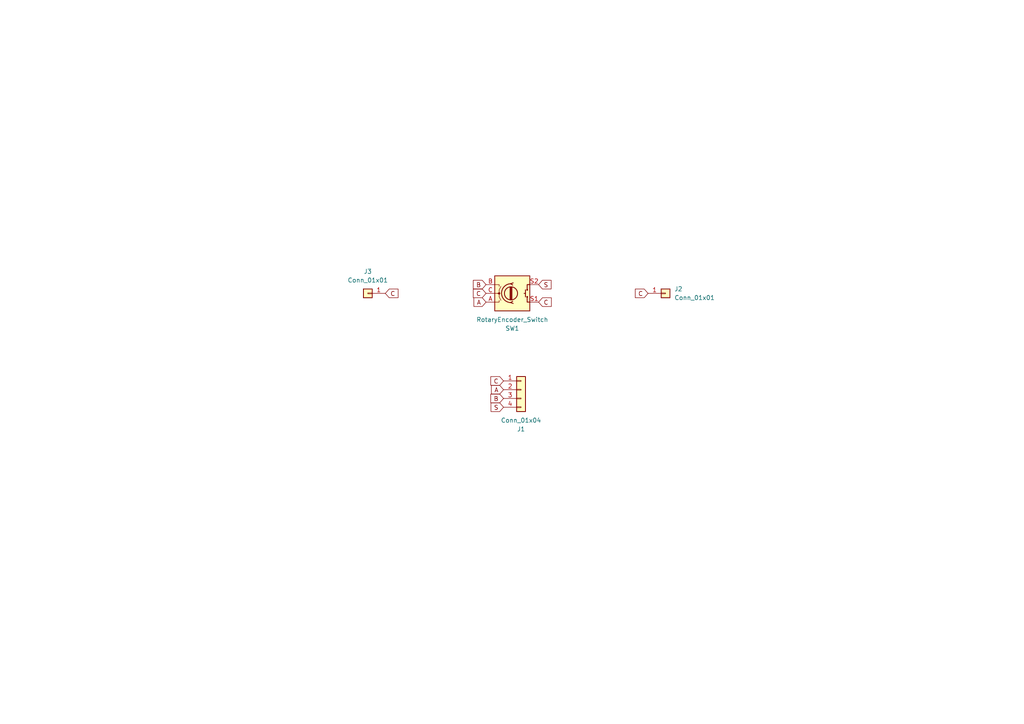
<source format=kicad_sch>
(kicad_sch (version 20230121) (generator eeschema)
  (paper "A4")
  (lib_symbols
    (symbol "Connector_Generic:Conn_01x01" (pin_names (offset 1.016) hide)
      (property "Reference" "J" (at 0 2.54 0))
      (property "Value" "Conn_01x01" (at 0 -2.54 0))
      (symbol "Conn_01x01_1_1"
        (rectangle (start -1.27 0.127) (end 0 -0.127) (stroke (width 0.1524)))
        (rectangle (start -1.27 1.27) (end 1.27 -1.27) (stroke (width 0.254)) (fill (type background)))
        (pin passive line (at -5.08 0 0) (length 3.81) (name "Pin_1") (number "1"))
      )
    )
    (symbol "Connector_Generic:Conn_01x04" (pin_names (offset 1.016) hide)
      (property "Reference" "J" (at 0 5.08 0))
      (property "Value" "Conn_01x04" (at 0 -7.62 0))
      (symbol "Conn_01x04_1_1"
        (rectangle (start -1.27 -4.953) (end 0 -5.207) (stroke (width 0.1524)))
        (rectangle (start -1.27 -2.413) (end 0 -2.667) (stroke (width 0.1524)))
        (rectangle (start -1.27 0.127) (end 0 -0.127) (stroke (width 0.1524)))
        (rectangle (start -1.27 2.667) (end 0 2.413) (stroke (width 0.1524)))
        (rectangle (start -1.27 3.81) (end 1.27 -6.35) (stroke (width 0.254)) (fill (type background)))
        (pin passive line (at -5.08 2.54 0) (length 3.81) (name "Pin_1") (number "1"))
        (pin passive line (at -5.08 0 0) (length 3.81) (name "Pin_2") (number "2"))
        (pin passive line (at -5.08 -2.54 0) (length 3.81) (name "Pin_3") (number "3"))
        (pin passive line (at -5.08 -5.08 0) (length 3.81) (name "Pin_4") (number "4"))
      )
    )
    (symbol "Device:RotaryEncoder_Switch" (pin_names (offset 0.254) hide)
      (property "Reference" "SW" (at 0 6.604 0))
      (property "Value" "RotaryEncoder_Switch" (at 0 -6.604 0))
      (symbol "RotaryEncoder_Switch_0_1"
        (rectangle (start -5.08 5.08) (end 5.08 -5.08) (stroke (width 0.254)) (fill (type background)))
        (circle (center -3.81 0) (radius 0.254) (fill (type outline)))
        (circle (center -0.381 0) (radius 1.905) (stroke (width 0.254)))
        (arc (start -0.381 2.667) (mid -3.0988 -0.0635) (end -0.381 -2.794) (stroke (width 0.254)))
        (polyline (pts (xy -0.635 -1.778) (xy -0.635 1.778)) (stroke (width 0.254)))
        (polyline (pts (xy -0.381 -1.778) (xy -0.381 1.778)) (stroke (width 0.254)))
        (polyline (pts (xy -0.127 1.778) (xy -0.127 -1.778)) (stroke (width 0.254)))
        (polyline (pts (xy 3.81 0) (xy 3.429 0)) (stroke (width 0.254)))
        (polyline (pts (xy 3.81 1.016) (xy 3.81 -1.016)) (stroke (width 0.254)))
        (polyline (pts (xy -5.08 -2.54) (xy -3.81 -2.54) (xy -3.81 -2.032)))
        (polyline (pts (xy -5.08 2.54) (xy -3.81 2.54) (xy -3.81 2.032)))
        (polyline (pts (xy 0.254 -3.048) (xy -0.508 -2.794) (xy 0.127 -2.413)) (stroke (width 0.254)))
        (polyline (pts (xy 0.254 2.921) (xy -0.508 2.667) (xy 0.127 2.286)) (stroke (width 0.254)))
        (polyline (pts (xy 5.08 -2.54) (xy 4.318 -2.54) (xy 4.318 -1.016)) (stroke (width 0.254)))
        (polyline (pts (xy 5.08 2.54) (xy 4.318 2.54) (xy 4.318 1.016)) (stroke (width 0.254)))
        (polyline (pts (xy -5.08 0) (xy -3.81 0) (xy -3.81 -1.016) (xy -3.302 -2.032)))
        (polyline (pts (xy -4.318 0) (xy -3.81 0) (xy -3.81 1.016) (xy -3.302 2.032)))
        (circle (center 4.318 -1.016) (radius 0.127) (stroke (width 0.254)))
        (circle (center 4.318 1.016) (radius 0.127) (stroke (width 0.254)))
      )
      (symbol "RotaryEncoder_Switch_1_1"
        (pin passive line (at -7.62 2.54 0) (length 2.54) (name "A") (number "A"))
        (pin passive line (at -7.62 -2.54 0) (length 2.54) (name "B") (number "B"))
        (pin passive line (at -7.62 0 0) (length 2.54) (name "C") (number "C"))
        (pin passive line (at 7.62 2.54 180) (length 2.54) (name "S1") (number "S1"))
        (pin passive line (at 7.62 -2.54 180) (length 2.54) (name "S2") (number "S2"))
      )
    )
  )
  (global_label "B" (shape input) (at 140.97 82.55 180) (property "Intersheetrefs" "${INTERSHEET_REFS}" (effects hide)))
  (global_label "C" (shape input) (at 156.21 87.63 0) (property "Intersheetrefs" "${INTERSHEET_REFS}" (effects hide)))
  (global_label "A" (shape input) (at 146.05 113.03 180) (property "Intersheetrefs" "${INTERSHEET_REFS}" (effects hide)))
  (global_label "C" (shape input) (at 146.05 110.49 180) (property "Intersheetrefs" "${INTERSHEET_REFS}" (effects hide)))
  (global_label "C" (shape input) (at 187.96 85.09 180) (property "Intersheetrefs" "${INTERSHEET_REFS}" (effects hide)))
  (global_label "A" (shape input) (at 140.97 87.63 180) (property "Intersheetrefs" "${INTERSHEET_REFS}" (effects hide)))
  (global_label "C" (shape input) (at 111.76 85.09 0) (property "Intersheetrefs" "${INTERSHEET_REFS}" (effects hide)))
  (global_label "B" (shape input) (at 146.05 115.57 180) (property "Intersheetrefs" "${INTERSHEET_REFS}" (effects hide)))
  (global_label "S" (shape input) (at 156.21 82.55 0) (property "Intersheetrefs" "${INTERSHEET_REFS}" (effects hide)))
  (global_label "C" (shape input) (at 140.97 85.09 180) (property "Intersheetrefs" "${INTERSHEET_REFS}" (effects hide)))
  (global_label "S" (shape input) (at 146.05 118.11 180) (property "Intersheetrefs" "${INTERSHEET_REFS}" (effects hide)))
  (symbol (lib_id "Connector_Generic:Conn_01x04") (at 151.13 113.03 0) (unit 1)
    (property "Reference" "J1" (at 151.13 124.46 0))
    (property "Value" "Conn_01x04" (at 151.13 121.92 0))
    (property "Footprint" "Connector_PinHeader_2.54mm:PinHeader_1x04_P2.54mm_Vertical" (effects hide))
  )
  (symbol (lib_id "Device:RotaryEncoder_Switch") (at 148.59 85.09 0) (mirror x) (unit 1)
    (property "Reference" "SW1" (at 148.59 95.25 0))
    (property "Value" "RotaryEncoder_Switch" (at 148.59 92.71 0))
    (property "Footprint" "local:PEC12R-4217F-S0024" (effects hide))
  )
  (symbol (lib_id "Connector_Generic:Conn_01x01") (at 106.68 85.09 180) (unit 1)
    (property "Reference" "J3" (at 106.68 78.74 0))
    (property "Value" "Conn_01x01" (at 106.68 81.28 0))
    (property "Footprint" "Connector_PinHeader_2.54mm:PinHeader_1x01_P2.54mm_Vertical" (effects hide))
  )
  (symbol (lib_id "Connector_Generic:Conn_01x01") (at 193.04 85.09 0) (unit 1)
    (property "Reference" "J2" (at 195.58 83.82 0) (effects (justify left)))
    (property "Value" "Conn_01x01" (at 195.58 86.36 0) (effects (justify left)))
    (property "Footprint" "Connector_PinHeader_2.54mm:PinHeader_1x01_P2.54mm_Vertical" (effects hide))
  )
)
</source>
